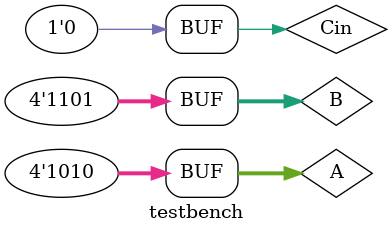
<source format=sv>
module testbench;
  reg [3:0] A, B;
  reg Cin;
  wire [3:0] S;
  wire Cout;
  
  CLA_four_bit DUT (A, B, Cin, S, Cout);

  initial begin
    A = 4'b0000; B = 4'b0000; Cin = 0;
    #10;
    A = 4'b0101; B = 4'b0011; Cin = 1;
    #10;
    A = 4'b1111; B = 4'b0001; Cin = 0;
    #10;
    A = 4'b1001; B = 4'b0110; Cin = 1;
    #10;
    A = 4'b1010; B = 4'b1101; Cin = 0;
    #10;
  end
endmodule
</source>
